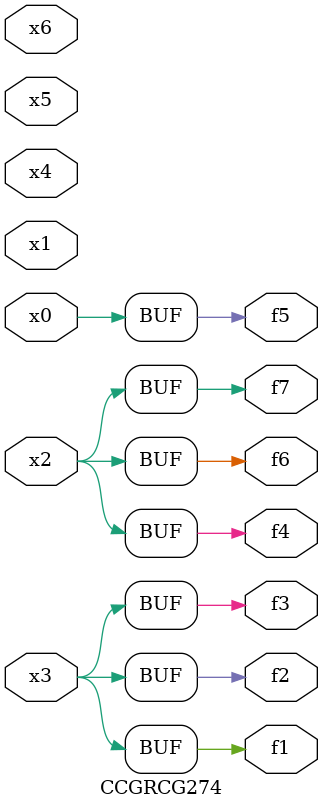
<source format=v>
module CCGRCG274(
	input x0, x1, x2, x3, x4, x5, x6,
	output f1, f2, f3, f4, f5, f6, f7
);
	assign f1 = x3;
	assign f2 = x3;
	assign f3 = x3;
	assign f4 = x2;
	assign f5 = x0;
	assign f6 = x2;
	assign f7 = x2;
endmodule

</source>
